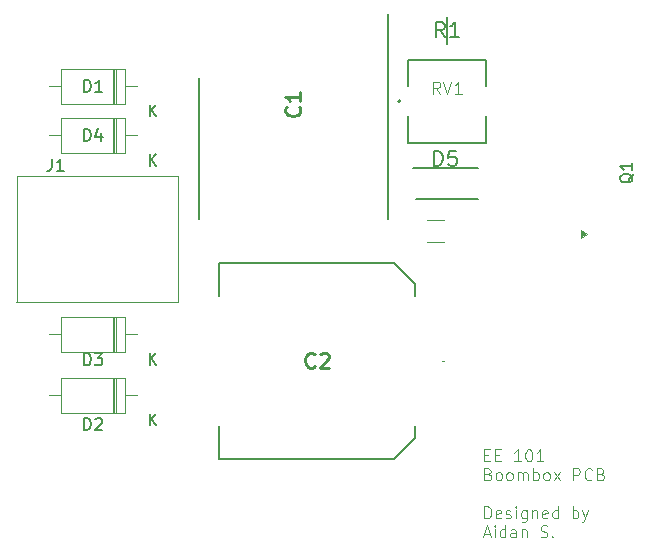
<source format=gbr>
%TF.GenerationSoftware,KiCad,Pcbnew,9.0.2*%
%TF.CreationDate,2025-09-10T19:30:47-05:00*%
%TF.ProjectId,EE101_Board,45453130-315f-4426-9f61-72642e6b6963,rev?*%
%TF.SameCoordinates,Original*%
%TF.FileFunction,Legend,Top*%
%TF.FilePolarity,Positive*%
%FSLAX46Y46*%
G04 Gerber Fmt 4.6, Leading zero omitted, Abs format (unit mm)*
G04 Created by KiCad (PCBNEW 9.0.2) date 2025-09-10 19:30:47*
%MOMM*%
%LPD*%
G01*
G04 APERTURE LIST*
%ADD10C,0.100000*%
%ADD11C,0.150000*%
%ADD12C,0.158750*%
%ADD13C,0.125345*%
%ADD14C,0.254000*%
%ADD15C,0.120000*%
%ADD16C,0.200000*%
%ADD17C,0.127000*%
G04 APERTURE END LIST*
D10*
X95153884Y-100058833D02*
X95487217Y-100058833D01*
X95630074Y-100582643D02*
X95153884Y-100582643D01*
X95153884Y-100582643D02*
X95153884Y-99582643D01*
X95153884Y-99582643D02*
X95630074Y-99582643D01*
X96058646Y-100058833D02*
X96391979Y-100058833D01*
X96534836Y-100582643D02*
X96058646Y-100582643D01*
X96058646Y-100582643D02*
X96058646Y-99582643D01*
X96058646Y-99582643D02*
X96534836Y-99582643D01*
X98249122Y-100582643D02*
X97677694Y-100582643D01*
X97963408Y-100582643D02*
X97963408Y-99582643D01*
X97963408Y-99582643D02*
X97868170Y-99725500D01*
X97868170Y-99725500D02*
X97772932Y-99820738D01*
X97772932Y-99820738D02*
X97677694Y-99868357D01*
X98868170Y-99582643D02*
X98963408Y-99582643D01*
X98963408Y-99582643D02*
X99058646Y-99630262D01*
X99058646Y-99630262D02*
X99106265Y-99677881D01*
X99106265Y-99677881D02*
X99153884Y-99773119D01*
X99153884Y-99773119D02*
X99201503Y-99963595D01*
X99201503Y-99963595D02*
X99201503Y-100201690D01*
X99201503Y-100201690D02*
X99153884Y-100392166D01*
X99153884Y-100392166D02*
X99106265Y-100487404D01*
X99106265Y-100487404D02*
X99058646Y-100535024D01*
X99058646Y-100535024D02*
X98963408Y-100582643D01*
X98963408Y-100582643D02*
X98868170Y-100582643D01*
X98868170Y-100582643D02*
X98772932Y-100535024D01*
X98772932Y-100535024D02*
X98725313Y-100487404D01*
X98725313Y-100487404D02*
X98677694Y-100392166D01*
X98677694Y-100392166D02*
X98630075Y-100201690D01*
X98630075Y-100201690D02*
X98630075Y-99963595D01*
X98630075Y-99963595D02*
X98677694Y-99773119D01*
X98677694Y-99773119D02*
X98725313Y-99677881D01*
X98725313Y-99677881D02*
X98772932Y-99630262D01*
X98772932Y-99630262D02*
X98868170Y-99582643D01*
X100153884Y-100582643D02*
X99582456Y-100582643D01*
X99868170Y-100582643D02*
X99868170Y-99582643D01*
X99868170Y-99582643D02*
X99772932Y-99725500D01*
X99772932Y-99725500D02*
X99677694Y-99820738D01*
X99677694Y-99820738D02*
X99582456Y-99868357D01*
X95487217Y-101668777D02*
X95630074Y-101716396D01*
X95630074Y-101716396D02*
X95677693Y-101764015D01*
X95677693Y-101764015D02*
X95725312Y-101859253D01*
X95725312Y-101859253D02*
X95725312Y-102002110D01*
X95725312Y-102002110D02*
X95677693Y-102097348D01*
X95677693Y-102097348D02*
X95630074Y-102144968D01*
X95630074Y-102144968D02*
X95534836Y-102192587D01*
X95534836Y-102192587D02*
X95153884Y-102192587D01*
X95153884Y-102192587D02*
X95153884Y-101192587D01*
X95153884Y-101192587D02*
X95487217Y-101192587D01*
X95487217Y-101192587D02*
X95582455Y-101240206D01*
X95582455Y-101240206D02*
X95630074Y-101287825D01*
X95630074Y-101287825D02*
X95677693Y-101383063D01*
X95677693Y-101383063D02*
X95677693Y-101478301D01*
X95677693Y-101478301D02*
X95630074Y-101573539D01*
X95630074Y-101573539D02*
X95582455Y-101621158D01*
X95582455Y-101621158D02*
X95487217Y-101668777D01*
X95487217Y-101668777D02*
X95153884Y-101668777D01*
X96296741Y-102192587D02*
X96201503Y-102144968D01*
X96201503Y-102144968D02*
X96153884Y-102097348D01*
X96153884Y-102097348D02*
X96106265Y-102002110D01*
X96106265Y-102002110D02*
X96106265Y-101716396D01*
X96106265Y-101716396D02*
X96153884Y-101621158D01*
X96153884Y-101621158D02*
X96201503Y-101573539D01*
X96201503Y-101573539D02*
X96296741Y-101525920D01*
X96296741Y-101525920D02*
X96439598Y-101525920D01*
X96439598Y-101525920D02*
X96534836Y-101573539D01*
X96534836Y-101573539D02*
X96582455Y-101621158D01*
X96582455Y-101621158D02*
X96630074Y-101716396D01*
X96630074Y-101716396D02*
X96630074Y-102002110D01*
X96630074Y-102002110D02*
X96582455Y-102097348D01*
X96582455Y-102097348D02*
X96534836Y-102144968D01*
X96534836Y-102144968D02*
X96439598Y-102192587D01*
X96439598Y-102192587D02*
X96296741Y-102192587D01*
X97201503Y-102192587D02*
X97106265Y-102144968D01*
X97106265Y-102144968D02*
X97058646Y-102097348D01*
X97058646Y-102097348D02*
X97011027Y-102002110D01*
X97011027Y-102002110D02*
X97011027Y-101716396D01*
X97011027Y-101716396D02*
X97058646Y-101621158D01*
X97058646Y-101621158D02*
X97106265Y-101573539D01*
X97106265Y-101573539D02*
X97201503Y-101525920D01*
X97201503Y-101525920D02*
X97344360Y-101525920D01*
X97344360Y-101525920D02*
X97439598Y-101573539D01*
X97439598Y-101573539D02*
X97487217Y-101621158D01*
X97487217Y-101621158D02*
X97534836Y-101716396D01*
X97534836Y-101716396D02*
X97534836Y-102002110D01*
X97534836Y-102002110D02*
X97487217Y-102097348D01*
X97487217Y-102097348D02*
X97439598Y-102144968D01*
X97439598Y-102144968D02*
X97344360Y-102192587D01*
X97344360Y-102192587D02*
X97201503Y-102192587D01*
X97963408Y-102192587D02*
X97963408Y-101525920D01*
X97963408Y-101621158D02*
X98011027Y-101573539D01*
X98011027Y-101573539D02*
X98106265Y-101525920D01*
X98106265Y-101525920D02*
X98249122Y-101525920D01*
X98249122Y-101525920D02*
X98344360Y-101573539D01*
X98344360Y-101573539D02*
X98391979Y-101668777D01*
X98391979Y-101668777D02*
X98391979Y-102192587D01*
X98391979Y-101668777D02*
X98439598Y-101573539D01*
X98439598Y-101573539D02*
X98534836Y-101525920D01*
X98534836Y-101525920D02*
X98677693Y-101525920D01*
X98677693Y-101525920D02*
X98772932Y-101573539D01*
X98772932Y-101573539D02*
X98820551Y-101668777D01*
X98820551Y-101668777D02*
X98820551Y-102192587D01*
X99296741Y-102192587D02*
X99296741Y-101192587D01*
X99296741Y-101573539D02*
X99391979Y-101525920D01*
X99391979Y-101525920D02*
X99582455Y-101525920D01*
X99582455Y-101525920D02*
X99677693Y-101573539D01*
X99677693Y-101573539D02*
X99725312Y-101621158D01*
X99725312Y-101621158D02*
X99772931Y-101716396D01*
X99772931Y-101716396D02*
X99772931Y-102002110D01*
X99772931Y-102002110D02*
X99725312Y-102097348D01*
X99725312Y-102097348D02*
X99677693Y-102144968D01*
X99677693Y-102144968D02*
X99582455Y-102192587D01*
X99582455Y-102192587D02*
X99391979Y-102192587D01*
X99391979Y-102192587D02*
X99296741Y-102144968D01*
X100344360Y-102192587D02*
X100249122Y-102144968D01*
X100249122Y-102144968D02*
X100201503Y-102097348D01*
X100201503Y-102097348D02*
X100153884Y-102002110D01*
X100153884Y-102002110D02*
X100153884Y-101716396D01*
X100153884Y-101716396D02*
X100201503Y-101621158D01*
X100201503Y-101621158D02*
X100249122Y-101573539D01*
X100249122Y-101573539D02*
X100344360Y-101525920D01*
X100344360Y-101525920D02*
X100487217Y-101525920D01*
X100487217Y-101525920D02*
X100582455Y-101573539D01*
X100582455Y-101573539D02*
X100630074Y-101621158D01*
X100630074Y-101621158D02*
X100677693Y-101716396D01*
X100677693Y-101716396D02*
X100677693Y-102002110D01*
X100677693Y-102002110D02*
X100630074Y-102097348D01*
X100630074Y-102097348D02*
X100582455Y-102144968D01*
X100582455Y-102144968D02*
X100487217Y-102192587D01*
X100487217Y-102192587D02*
X100344360Y-102192587D01*
X101011027Y-102192587D02*
X101534836Y-101525920D01*
X101011027Y-101525920D02*
X101534836Y-102192587D01*
X102677694Y-102192587D02*
X102677694Y-101192587D01*
X102677694Y-101192587D02*
X103058646Y-101192587D01*
X103058646Y-101192587D02*
X103153884Y-101240206D01*
X103153884Y-101240206D02*
X103201503Y-101287825D01*
X103201503Y-101287825D02*
X103249122Y-101383063D01*
X103249122Y-101383063D02*
X103249122Y-101525920D01*
X103249122Y-101525920D02*
X103201503Y-101621158D01*
X103201503Y-101621158D02*
X103153884Y-101668777D01*
X103153884Y-101668777D02*
X103058646Y-101716396D01*
X103058646Y-101716396D02*
X102677694Y-101716396D01*
X104249122Y-102097348D02*
X104201503Y-102144968D01*
X104201503Y-102144968D02*
X104058646Y-102192587D01*
X104058646Y-102192587D02*
X103963408Y-102192587D01*
X103963408Y-102192587D02*
X103820551Y-102144968D01*
X103820551Y-102144968D02*
X103725313Y-102049729D01*
X103725313Y-102049729D02*
X103677694Y-101954491D01*
X103677694Y-101954491D02*
X103630075Y-101764015D01*
X103630075Y-101764015D02*
X103630075Y-101621158D01*
X103630075Y-101621158D02*
X103677694Y-101430682D01*
X103677694Y-101430682D02*
X103725313Y-101335444D01*
X103725313Y-101335444D02*
X103820551Y-101240206D01*
X103820551Y-101240206D02*
X103963408Y-101192587D01*
X103963408Y-101192587D02*
X104058646Y-101192587D01*
X104058646Y-101192587D02*
X104201503Y-101240206D01*
X104201503Y-101240206D02*
X104249122Y-101287825D01*
X105011027Y-101668777D02*
X105153884Y-101716396D01*
X105153884Y-101716396D02*
X105201503Y-101764015D01*
X105201503Y-101764015D02*
X105249122Y-101859253D01*
X105249122Y-101859253D02*
X105249122Y-102002110D01*
X105249122Y-102002110D02*
X105201503Y-102097348D01*
X105201503Y-102097348D02*
X105153884Y-102144968D01*
X105153884Y-102144968D02*
X105058646Y-102192587D01*
X105058646Y-102192587D02*
X104677694Y-102192587D01*
X104677694Y-102192587D02*
X104677694Y-101192587D01*
X104677694Y-101192587D02*
X105011027Y-101192587D01*
X105011027Y-101192587D02*
X105106265Y-101240206D01*
X105106265Y-101240206D02*
X105153884Y-101287825D01*
X105153884Y-101287825D02*
X105201503Y-101383063D01*
X105201503Y-101383063D02*
X105201503Y-101478301D01*
X105201503Y-101478301D02*
X105153884Y-101573539D01*
X105153884Y-101573539D02*
X105106265Y-101621158D01*
X105106265Y-101621158D02*
X105011027Y-101668777D01*
X105011027Y-101668777D02*
X104677694Y-101668777D01*
X95153884Y-105412475D02*
X95153884Y-104412475D01*
X95153884Y-104412475D02*
X95391979Y-104412475D01*
X95391979Y-104412475D02*
X95534836Y-104460094D01*
X95534836Y-104460094D02*
X95630074Y-104555332D01*
X95630074Y-104555332D02*
X95677693Y-104650570D01*
X95677693Y-104650570D02*
X95725312Y-104841046D01*
X95725312Y-104841046D02*
X95725312Y-104983903D01*
X95725312Y-104983903D02*
X95677693Y-105174379D01*
X95677693Y-105174379D02*
X95630074Y-105269617D01*
X95630074Y-105269617D02*
X95534836Y-105364856D01*
X95534836Y-105364856D02*
X95391979Y-105412475D01*
X95391979Y-105412475D02*
X95153884Y-105412475D01*
X96534836Y-105364856D02*
X96439598Y-105412475D01*
X96439598Y-105412475D02*
X96249122Y-105412475D01*
X96249122Y-105412475D02*
X96153884Y-105364856D01*
X96153884Y-105364856D02*
X96106265Y-105269617D01*
X96106265Y-105269617D02*
X96106265Y-104888665D01*
X96106265Y-104888665D02*
X96153884Y-104793427D01*
X96153884Y-104793427D02*
X96249122Y-104745808D01*
X96249122Y-104745808D02*
X96439598Y-104745808D01*
X96439598Y-104745808D02*
X96534836Y-104793427D01*
X96534836Y-104793427D02*
X96582455Y-104888665D01*
X96582455Y-104888665D02*
X96582455Y-104983903D01*
X96582455Y-104983903D02*
X96106265Y-105079141D01*
X96963408Y-105364856D02*
X97058646Y-105412475D01*
X97058646Y-105412475D02*
X97249122Y-105412475D01*
X97249122Y-105412475D02*
X97344360Y-105364856D01*
X97344360Y-105364856D02*
X97391979Y-105269617D01*
X97391979Y-105269617D02*
X97391979Y-105221998D01*
X97391979Y-105221998D02*
X97344360Y-105126760D01*
X97344360Y-105126760D02*
X97249122Y-105079141D01*
X97249122Y-105079141D02*
X97106265Y-105079141D01*
X97106265Y-105079141D02*
X97011027Y-105031522D01*
X97011027Y-105031522D02*
X96963408Y-104936284D01*
X96963408Y-104936284D02*
X96963408Y-104888665D01*
X96963408Y-104888665D02*
X97011027Y-104793427D01*
X97011027Y-104793427D02*
X97106265Y-104745808D01*
X97106265Y-104745808D02*
X97249122Y-104745808D01*
X97249122Y-104745808D02*
X97344360Y-104793427D01*
X97820551Y-105412475D02*
X97820551Y-104745808D01*
X97820551Y-104412475D02*
X97772932Y-104460094D01*
X97772932Y-104460094D02*
X97820551Y-104507713D01*
X97820551Y-104507713D02*
X97868170Y-104460094D01*
X97868170Y-104460094D02*
X97820551Y-104412475D01*
X97820551Y-104412475D02*
X97820551Y-104507713D01*
X98725312Y-104745808D02*
X98725312Y-105555332D01*
X98725312Y-105555332D02*
X98677693Y-105650570D01*
X98677693Y-105650570D02*
X98630074Y-105698189D01*
X98630074Y-105698189D02*
X98534836Y-105745808D01*
X98534836Y-105745808D02*
X98391979Y-105745808D01*
X98391979Y-105745808D02*
X98296741Y-105698189D01*
X98725312Y-105364856D02*
X98630074Y-105412475D01*
X98630074Y-105412475D02*
X98439598Y-105412475D01*
X98439598Y-105412475D02*
X98344360Y-105364856D01*
X98344360Y-105364856D02*
X98296741Y-105317236D01*
X98296741Y-105317236D02*
X98249122Y-105221998D01*
X98249122Y-105221998D02*
X98249122Y-104936284D01*
X98249122Y-104936284D02*
X98296741Y-104841046D01*
X98296741Y-104841046D02*
X98344360Y-104793427D01*
X98344360Y-104793427D02*
X98439598Y-104745808D01*
X98439598Y-104745808D02*
X98630074Y-104745808D01*
X98630074Y-104745808D02*
X98725312Y-104793427D01*
X99201503Y-104745808D02*
X99201503Y-105412475D01*
X99201503Y-104841046D02*
X99249122Y-104793427D01*
X99249122Y-104793427D02*
X99344360Y-104745808D01*
X99344360Y-104745808D02*
X99487217Y-104745808D01*
X99487217Y-104745808D02*
X99582455Y-104793427D01*
X99582455Y-104793427D02*
X99630074Y-104888665D01*
X99630074Y-104888665D02*
X99630074Y-105412475D01*
X100487217Y-105364856D02*
X100391979Y-105412475D01*
X100391979Y-105412475D02*
X100201503Y-105412475D01*
X100201503Y-105412475D02*
X100106265Y-105364856D01*
X100106265Y-105364856D02*
X100058646Y-105269617D01*
X100058646Y-105269617D02*
X100058646Y-104888665D01*
X100058646Y-104888665D02*
X100106265Y-104793427D01*
X100106265Y-104793427D02*
X100201503Y-104745808D01*
X100201503Y-104745808D02*
X100391979Y-104745808D01*
X100391979Y-104745808D02*
X100487217Y-104793427D01*
X100487217Y-104793427D02*
X100534836Y-104888665D01*
X100534836Y-104888665D02*
X100534836Y-104983903D01*
X100534836Y-104983903D02*
X100058646Y-105079141D01*
X101391979Y-105412475D02*
X101391979Y-104412475D01*
X101391979Y-105364856D02*
X101296741Y-105412475D01*
X101296741Y-105412475D02*
X101106265Y-105412475D01*
X101106265Y-105412475D02*
X101011027Y-105364856D01*
X101011027Y-105364856D02*
X100963408Y-105317236D01*
X100963408Y-105317236D02*
X100915789Y-105221998D01*
X100915789Y-105221998D02*
X100915789Y-104936284D01*
X100915789Y-104936284D02*
X100963408Y-104841046D01*
X100963408Y-104841046D02*
X101011027Y-104793427D01*
X101011027Y-104793427D02*
X101106265Y-104745808D01*
X101106265Y-104745808D02*
X101296741Y-104745808D01*
X101296741Y-104745808D02*
X101391979Y-104793427D01*
X102630075Y-105412475D02*
X102630075Y-104412475D01*
X102630075Y-104793427D02*
X102725313Y-104745808D01*
X102725313Y-104745808D02*
X102915789Y-104745808D01*
X102915789Y-104745808D02*
X103011027Y-104793427D01*
X103011027Y-104793427D02*
X103058646Y-104841046D01*
X103058646Y-104841046D02*
X103106265Y-104936284D01*
X103106265Y-104936284D02*
X103106265Y-105221998D01*
X103106265Y-105221998D02*
X103058646Y-105317236D01*
X103058646Y-105317236D02*
X103011027Y-105364856D01*
X103011027Y-105364856D02*
X102915789Y-105412475D01*
X102915789Y-105412475D02*
X102725313Y-105412475D01*
X102725313Y-105412475D02*
X102630075Y-105364856D01*
X103439599Y-104745808D02*
X103677694Y-105412475D01*
X103915789Y-104745808D02*
X103677694Y-105412475D01*
X103677694Y-105412475D02*
X103582456Y-105650570D01*
X103582456Y-105650570D02*
X103534837Y-105698189D01*
X103534837Y-105698189D02*
X103439599Y-105745808D01*
X95106265Y-106736704D02*
X95582455Y-106736704D01*
X95011027Y-107022419D02*
X95344360Y-106022419D01*
X95344360Y-106022419D02*
X95677693Y-107022419D01*
X96011027Y-107022419D02*
X96011027Y-106355752D01*
X96011027Y-106022419D02*
X95963408Y-106070038D01*
X95963408Y-106070038D02*
X96011027Y-106117657D01*
X96011027Y-106117657D02*
X96058646Y-106070038D01*
X96058646Y-106070038D02*
X96011027Y-106022419D01*
X96011027Y-106022419D02*
X96011027Y-106117657D01*
X96915788Y-107022419D02*
X96915788Y-106022419D01*
X96915788Y-106974800D02*
X96820550Y-107022419D01*
X96820550Y-107022419D02*
X96630074Y-107022419D01*
X96630074Y-107022419D02*
X96534836Y-106974800D01*
X96534836Y-106974800D02*
X96487217Y-106927180D01*
X96487217Y-106927180D02*
X96439598Y-106831942D01*
X96439598Y-106831942D02*
X96439598Y-106546228D01*
X96439598Y-106546228D02*
X96487217Y-106450990D01*
X96487217Y-106450990D02*
X96534836Y-106403371D01*
X96534836Y-106403371D02*
X96630074Y-106355752D01*
X96630074Y-106355752D02*
X96820550Y-106355752D01*
X96820550Y-106355752D02*
X96915788Y-106403371D01*
X97820550Y-107022419D02*
X97820550Y-106498609D01*
X97820550Y-106498609D02*
X97772931Y-106403371D01*
X97772931Y-106403371D02*
X97677693Y-106355752D01*
X97677693Y-106355752D02*
X97487217Y-106355752D01*
X97487217Y-106355752D02*
X97391979Y-106403371D01*
X97820550Y-106974800D02*
X97725312Y-107022419D01*
X97725312Y-107022419D02*
X97487217Y-107022419D01*
X97487217Y-107022419D02*
X97391979Y-106974800D01*
X97391979Y-106974800D02*
X97344360Y-106879561D01*
X97344360Y-106879561D02*
X97344360Y-106784323D01*
X97344360Y-106784323D02*
X97391979Y-106689085D01*
X97391979Y-106689085D02*
X97487217Y-106641466D01*
X97487217Y-106641466D02*
X97725312Y-106641466D01*
X97725312Y-106641466D02*
X97820550Y-106593847D01*
X98296741Y-106355752D02*
X98296741Y-107022419D01*
X98296741Y-106450990D02*
X98344360Y-106403371D01*
X98344360Y-106403371D02*
X98439598Y-106355752D01*
X98439598Y-106355752D02*
X98582455Y-106355752D01*
X98582455Y-106355752D02*
X98677693Y-106403371D01*
X98677693Y-106403371D02*
X98725312Y-106498609D01*
X98725312Y-106498609D02*
X98725312Y-107022419D01*
X99915789Y-106974800D02*
X100058646Y-107022419D01*
X100058646Y-107022419D02*
X100296741Y-107022419D01*
X100296741Y-107022419D02*
X100391979Y-106974800D01*
X100391979Y-106974800D02*
X100439598Y-106927180D01*
X100439598Y-106927180D02*
X100487217Y-106831942D01*
X100487217Y-106831942D02*
X100487217Y-106736704D01*
X100487217Y-106736704D02*
X100439598Y-106641466D01*
X100439598Y-106641466D02*
X100391979Y-106593847D01*
X100391979Y-106593847D02*
X100296741Y-106546228D01*
X100296741Y-106546228D02*
X100106265Y-106498609D01*
X100106265Y-106498609D02*
X100011027Y-106450990D01*
X100011027Y-106450990D02*
X99963408Y-106403371D01*
X99963408Y-106403371D02*
X99915789Y-106308133D01*
X99915789Y-106308133D02*
X99915789Y-106212895D01*
X99915789Y-106212895D02*
X99963408Y-106117657D01*
X99963408Y-106117657D02*
X100011027Y-106070038D01*
X100011027Y-106070038D02*
X100106265Y-106022419D01*
X100106265Y-106022419D02*
X100344360Y-106022419D01*
X100344360Y-106022419D02*
X100487217Y-106070038D01*
X100915789Y-106927180D02*
X100963408Y-106974800D01*
X100963408Y-106974800D02*
X100915789Y-107022419D01*
X100915789Y-107022419D02*
X100868170Y-106974800D01*
X100868170Y-106974800D02*
X100915789Y-106927180D01*
X100915789Y-106927180D02*
X100915789Y-107022419D01*
D11*
X107750057Y-76245238D02*
X107702438Y-76340476D01*
X107702438Y-76340476D02*
X107607200Y-76435714D01*
X107607200Y-76435714D02*
X107464342Y-76578571D01*
X107464342Y-76578571D02*
X107416723Y-76673809D01*
X107416723Y-76673809D02*
X107416723Y-76769047D01*
X107654819Y-76721428D02*
X107607200Y-76816666D01*
X107607200Y-76816666D02*
X107511961Y-76911904D01*
X107511961Y-76911904D02*
X107321485Y-76959523D01*
X107321485Y-76959523D02*
X106988152Y-76959523D01*
X106988152Y-76959523D02*
X106797676Y-76911904D01*
X106797676Y-76911904D02*
X106702438Y-76816666D01*
X106702438Y-76816666D02*
X106654819Y-76721428D01*
X106654819Y-76721428D02*
X106654819Y-76530952D01*
X106654819Y-76530952D02*
X106702438Y-76435714D01*
X106702438Y-76435714D02*
X106797676Y-76340476D01*
X106797676Y-76340476D02*
X106988152Y-76292857D01*
X106988152Y-76292857D02*
X107321485Y-76292857D01*
X107321485Y-76292857D02*
X107511961Y-76340476D01*
X107511961Y-76340476D02*
X107607200Y-76435714D01*
X107607200Y-76435714D02*
X107654819Y-76530952D01*
X107654819Y-76530952D02*
X107654819Y-76721428D01*
X107654819Y-75340476D02*
X107654819Y-75911904D01*
X107654819Y-75626190D02*
X106654819Y-75626190D01*
X106654819Y-75626190D02*
X106797676Y-75721428D01*
X106797676Y-75721428D02*
X106892914Y-75816666D01*
X106892914Y-75816666D02*
X106940533Y-75911904D01*
D12*
X90899118Y-75579271D02*
X90899118Y-74309271D01*
X90899118Y-74309271D02*
X91201499Y-74309271D01*
X91201499Y-74309271D02*
X91382928Y-74369747D01*
X91382928Y-74369747D02*
X91503880Y-74490699D01*
X91503880Y-74490699D02*
X91564357Y-74611652D01*
X91564357Y-74611652D02*
X91624833Y-74853556D01*
X91624833Y-74853556D02*
X91624833Y-75034985D01*
X91624833Y-75034985D02*
X91564357Y-75276890D01*
X91564357Y-75276890D02*
X91503880Y-75397842D01*
X91503880Y-75397842D02*
X91382928Y-75518795D01*
X91382928Y-75518795D02*
X91201499Y-75579271D01*
X91201499Y-75579271D02*
X90899118Y-75579271D01*
X92773880Y-74309271D02*
X92169118Y-74309271D01*
X92169118Y-74309271D02*
X92108642Y-74914033D01*
X92108642Y-74914033D02*
X92169118Y-74853556D01*
X92169118Y-74853556D02*
X92290071Y-74793080D01*
X92290071Y-74793080D02*
X92592452Y-74793080D01*
X92592452Y-74793080D02*
X92713404Y-74853556D01*
X92713404Y-74853556D02*
X92773880Y-74914033D01*
X92773880Y-74914033D02*
X92834357Y-75034985D01*
X92834357Y-75034985D02*
X92834357Y-75337366D01*
X92834357Y-75337366D02*
X92773880Y-75458318D01*
X92773880Y-75458318D02*
X92713404Y-75518795D01*
X92713404Y-75518795D02*
X92592452Y-75579271D01*
X92592452Y-75579271D02*
X92290071Y-75579271D01*
X92290071Y-75579271D02*
X92169118Y-75518795D01*
X92169118Y-75518795D02*
X92108642Y-75458318D01*
D13*
X91403121Y-69457376D02*
X91068869Y-68979873D01*
X90830118Y-69457376D02*
X90830118Y-68454620D01*
X90830118Y-68454620D02*
X91212120Y-68454620D01*
X91212120Y-68454620D02*
X91307621Y-68502370D01*
X91307621Y-68502370D02*
X91355371Y-68550120D01*
X91355371Y-68550120D02*
X91403121Y-68645621D01*
X91403121Y-68645621D02*
X91403121Y-68788872D01*
X91403121Y-68788872D02*
X91355371Y-68884372D01*
X91355371Y-68884372D02*
X91307621Y-68932123D01*
X91307621Y-68932123D02*
X91212120Y-68979873D01*
X91212120Y-68979873D02*
X90830118Y-68979873D01*
X91689623Y-68454620D02*
X92023875Y-69457376D01*
X92023875Y-69457376D02*
X92358127Y-68454620D01*
X93217632Y-69457376D02*
X92644629Y-69457376D01*
X92931130Y-69457376D02*
X92931130Y-68454620D01*
X92931130Y-68454620D02*
X92835630Y-68597871D01*
X92835630Y-68597871D02*
X92740129Y-68693371D01*
X92740129Y-68693371D02*
X92644629Y-68741122D01*
D14*
X79453365Y-70561666D02*
X79513842Y-70622142D01*
X79513842Y-70622142D02*
X79574318Y-70803571D01*
X79574318Y-70803571D02*
X79574318Y-70924523D01*
X79574318Y-70924523D02*
X79513842Y-71105952D01*
X79513842Y-71105952D02*
X79392889Y-71226904D01*
X79392889Y-71226904D02*
X79271937Y-71287381D01*
X79271937Y-71287381D02*
X79030032Y-71347857D01*
X79030032Y-71347857D02*
X78848603Y-71347857D01*
X78848603Y-71347857D02*
X78606699Y-71287381D01*
X78606699Y-71287381D02*
X78485746Y-71226904D01*
X78485746Y-71226904D02*
X78364794Y-71105952D01*
X78364794Y-71105952D02*
X78304318Y-70924523D01*
X78304318Y-70924523D02*
X78304318Y-70803571D01*
X78304318Y-70803571D02*
X78364794Y-70622142D01*
X78364794Y-70622142D02*
X78425270Y-70561666D01*
X79574318Y-69352142D02*
X79574318Y-70077857D01*
X79574318Y-69715000D02*
X78304318Y-69715000D01*
X78304318Y-69715000D02*
X78485746Y-69835952D01*
X78485746Y-69835952D02*
X78606699Y-69956904D01*
X78606699Y-69956904D02*
X78667175Y-70077857D01*
D11*
X61261905Y-92454819D02*
X61261905Y-91454819D01*
X61261905Y-91454819D02*
X61500000Y-91454819D01*
X61500000Y-91454819D02*
X61642857Y-91502438D01*
X61642857Y-91502438D02*
X61738095Y-91597676D01*
X61738095Y-91597676D02*
X61785714Y-91692914D01*
X61785714Y-91692914D02*
X61833333Y-91883390D01*
X61833333Y-91883390D02*
X61833333Y-92026247D01*
X61833333Y-92026247D02*
X61785714Y-92216723D01*
X61785714Y-92216723D02*
X61738095Y-92311961D01*
X61738095Y-92311961D02*
X61642857Y-92407200D01*
X61642857Y-92407200D02*
X61500000Y-92454819D01*
X61500000Y-92454819D02*
X61261905Y-92454819D01*
X62166667Y-91454819D02*
X62785714Y-91454819D01*
X62785714Y-91454819D02*
X62452381Y-91835771D01*
X62452381Y-91835771D02*
X62595238Y-91835771D01*
X62595238Y-91835771D02*
X62690476Y-91883390D01*
X62690476Y-91883390D02*
X62738095Y-91931009D01*
X62738095Y-91931009D02*
X62785714Y-92026247D01*
X62785714Y-92026247D02*
X62785714Y-92264342D01*
X62785714Y-92264342D02*
X62738095Y-92359580D01*
X62738095Y-92359580D02*
X62690476Y-92407200D01*
X62690476Y-92407200D02*
X62595238Y-92454819D01*
X62595238Y-92454819D02*
X62309524Y-92454819D01*
X62309524Y-92454819D02*
X62214286Y-92407200D01*
X62214286Y-92407200D02*
X62166667Y-92359580D01*
X66818095Y-92394819D02*
X66818095Y-91394819D01*
X67389523Y-92394819D02*
X66960952Y-91823390D01*
X67389523Y-91394819D02*
X66818095Y-91966247D01*
X58536653Y-74984243D02*
X58536653Y-75699659D01*
X58536653Y-75699659D02*
X58488959Y-75842743D01*
X58488959Y-75842743D02*
X58393570Y-75938132D01*
X58393570Y-75938132D02*
X58250487Y-75985826D01*
X58250487Y-75985826D02*
X58155098Y-75985826D01*
X59538236Y-75985826D02*
X58965903Y-75985826D01*
X59252070Y-75985826D02*
X59252070Y-74984243D01*
X59252070Y-74984243D02*
X59156681Y-75127326D01*
X59156681Y-75127326D02*
X59061292Y-75222715D01*
X59061292Y-75222715D02*
X58965903Y-75270410D01*
X61261905Y-69294819D02*
X61261905Y-68294819D01*
X61261905Y-68294819D02*
X61500000Y-68294819D01*
X61500000Y-68294819D02*
X61642857Y-68342438D01*
X61642857Y-68342438D02*
X61738095Y-68437676D01*
X61738095Y-68437676D02*
X61785714Y-68532914D01*
X61785714Y-68532914D02*
X61833333Y-68723390D01*
X61833333Y-68723390D02*
X61833333Y-68866247D01*
X61833333Y-68866247D02*
X61785714Y-69056723D01*
X61785714Y-69056723D02*
X61738095Y-69151961D01*
X61738095Y-69151961D02*
X61642857Y-69247200D01*
X61642857Y-69247200D02*
X61500000Y-69294819D01*
X61500000Y-69294819D02*
X61261905Y-69294819D01*
X62785714Y-69294819D02*
X62214286Y-69294819D01*
X62500000Y-69294819D02*
X62500000Y-68294819D01*
X62500000Y-68294819D02*
X62404762Y-68437676D01*
X62404762Y-68437676D02*
X62309524Y-68532914D01*
X62309524Y-68532914D02*
X62214286Y-68580533D01*
X66818095Y-71394819D02*
X66818095Y-70394819D01*
X67389523Y-71394819D02*
X66960952Y-70823390D01*
X67389523Y-70394819D02*
X66818095Y-70966247D01*
D12*
X91788333Y-64679271D02*
X91364999Y-64074509D01*
X91062618Y-64679271D02*
X91062618Y-63409271D01*
X91062618Y-63409271D02*
X91546428Y-63409271D01*
X91546428Y-63409271D02*
X91667380Y-63469747D01*
X91667380Y-63469747D02*
X91727857Y-63530223D01*
X91727857Y-63530223D02*
X91788333Y-63651175D01*
X91788333Y-63651175D02*
X91788333Y-63832604D01*
X91788333Y-63832604D02*
X91727857Y-63953556D01*
X91727857Y-63953556D02*
X91667380Y-64014033D01*
X91667380Y-64014033D02*
X91546428Y-64074509D01*
X91546428Y-64074509D02*
X91062618Y-64074509D01*
X92997857Y-64679271D02*
X92272142Y-64679271D01*
X92634999Y-64679271D02*
X92634999Y-63409271D01*
X92634999Y-63409271D02*
X92514047Y-63590699D01*
X92514047Y-63590699D02*
X92393095Y-63711652D01*
X92393095Y-63711652D02*
X92272142Y-63772128D01*
D14*
X80788333Y-92553365D02*
X80727857Y-92613842D01*
X80727857Y-92613842D02*
X80546428Y-92674318D01*
X80546428Y-92674318D02*
X80425476Y-92674318D01*
X80425476Y-92674318D02*
X80244047Y-92613842D01*
X80244047Y-92613842D02*
X80123095Y-92492889D01*
X80123095Y-92492889D02*
X80062618Y-92371937D01*
X80062618Y-92371937D02*
X80002142Y-92130032D01*
X80002142Y-92130032D02*
X80002142Y-91948603D01*
X80002142Y-91948603D02*
X80062618Y-91706699D01*
X80062618Y-91706699D02*
X80123095Y-91585746D01*
X80123095Y-91585746D02*
X80244047Y-91464794D01*
X80244047Y-91464794D02*
X80425476Y-91404318D01*
X80425476Y-91404318D02*
X80546428Y-91404318D01*
X80546428Y-91404318D02*
X80727857Y-91464794D01*
X80727857Y-91464794D02*
X80788333Y-91525270D01*
X81272142Y-91525270D02*
X81332618Y-91464794D01*
X81332618Y-91464794D02*
X81453571Y-91404318D01*
X81453571Y-91404318D02*
X81755952Y-91404318D01*
X81755952Y-91404318D02*
X81876904Y-91464794D01*
X81876904Y-91464794D02*
X81937380Y-91525270D01*
X81937380Y-91525270D02*
X81997857Y-91646222D01*
X81997857Y-91646222D02*
X81997857Y-91767175D01*
X81997857Y-91767175D02*
X81937380Y-91948603D01*
X81937380Y-91948603D02*
X81211666Y-92674318D01*
X81211666Y-92674318D02*
X81997857Y-92674318D01*
D11*
X61261905Y-97924819D02*
X61261905Y-96924819D01*
X61261905Y-96924819D02*
X61500000Y-96924819D01*
X61500000Y-96924819D02*
X61642857Y-96972438D01*
X61642857Y-96972438D02*
X61738095Y-97067676D01*
X61738095Y-97067676D02*
X61785714Y-97162914D01*
X61785714Y-97162914D02*
X61833333Y-97353390D01*
X61833333Y-97353390D02*
X61833333Y-97496247D01*
X61833333Y-97496247D02*
X61785714Y-97686723D01*
X61785714Y-97686723D02*
X61738095Y-97781961D01*
X61738095Y-97781961D02*
X61642857Y-97877200D01*
X61642857Y-97877200D02*
X61500000Y-97924819D01*
X61500000Y-97924819D02*
X61261905Y-97924819D01*
X62214286Y-97020057D02*
X62261905Y-96972438D01*
X62261905Y-96972438D02*
X62357143Y-96924819D01*
X62357143Y-96924819D02*
X62595238Y-96924819D01*
X62595238Y-96924819D02*
X62690476Y-96972438D01*
X62690476Y-96972438D02*
X62738095Y-97020057D01*
X62738095Y-97020057D02*
X62785714Y-97115295D01*
X62785714Y-97115295D02*
X62785714Y-97210533D01*
X62785714Y-97210533D02*
X62738095Y-97353390D01*
X62738095Y-97353390D02*
X62166667Y-97924819D01*
X62166667Y-97924819D02*
X62785714Y-97924819D01*
X66818095Y-97554819D02*
X66818095Y-96554819D01*
X67389523Y-97554819D02*
X66960952Y-96983390D01*
X67389523Y-96554819D02*
X66818095Y-97126247D01*
X61261905Y-73454819D02*
X61261905Y-72454819D01*
X61261905Y-72454819D02*
X61500000Y-72454819D01*
X61500000Y-72454819D02*
X61642857Y-72502438D01*
X61642857Y-72502438D02*
X61738095Y-72597676D01*
X61738095Y-72597676D02*
X61785714Y-72692914D01*
X61785714Y-72692914D02*
X61833333Y-72883390D01*
X61833333Y-72883390D02*
X61833333Y-73026247D01*
X61833333Y-73026247D02*
X61785714Y-73216723D01*
X61785714Y-73216723D02*
X61738095Y-73311961D01*
X61738095Y-73311961D02*
X61642857Y-73407200D01*
X61642857Y-73407200D02*
X61500000Y-73454819D01*
X61500000Y-73454819D02*
X61261905Y-73454819D01*
X62690476Y-72788152D02*
X62690476Y-73454819D01*
X62452381Y-72407200D02*
X62214286Y-73121485D01*
X62214286Y-73121485D02*
X62833333Y-73121485D01*
X66818095Y-75554819D02*
X66818095Y-74554819D01*
X67389523Y-75554819D02*
X66960952Y-74983390D01*
X67389523Y-74554819D02*
X66818095Y-75126247D01*
D15*
%TO.C,Q1*%
X103800000Y-81350000D02*
X103330000Y-81690000D01*
X103330000Y-81010000D01*
X103800000Y-81350000D01*
G36*
X103800000Y-81350000D02*
G01*
X103330000Y-81690000D01*
X103330000Y-81010000D01*
X103800000Y-81350000D01*
G37*
D16*
%TO.C,D5*%
X94598000Y-75798000D02*
X89075000Y-75798000D01*
X89402000Y-78402000D02*
X94598000Y-78402000D01*
%TO.C,RV1*%
X88036000Y-70100000D02*
G75*
G02*
X87836000Y-70100000I-100000J0D01*
G01*
X87836000Y-70100000D02*
G75*
G02*
X88036000Y-70100000I100000J0D01*
G01*
D17*
X95300000Y-73630000D02*
X88700000Y-73630000D01*
X95300000Y-71335000D02*
X95300000Y-73620000D01*
X95300000Y-66630000D02*
X95300000Y-68795000D01*
X88700000Y-73620000D02*
X88700000Y-71335000D01*
X88700000Y-68795000D02*
X88700000Y-66630000D01*
X88700000Y-66630000D02*
X95300000Y-66630000D01*
D16*
%TO.C,C1*%
X71000000Y-68100000D02*
X71000000Y-80100000D01*
X87000000Y-62750000D02*
X87000000Y-80100000D01*
D15*
%TO.C,D3*%
X58260000Y-89840000D02*
X59280000Y-89840000D01*
X63700000Y-91310000D02*
X63700000Y-88370000D01*
X63820000Y-91310000D02*
X63820000Y-88370000D01*
X63940000Y-91310000D02*
X63940000Y-88370000D01*
X65740000Y-89840000D02*
X64720000Y-89840000D01*
X64720000Y-91310000D02*
X59280000Y-91310000D01*
X59280000Y-88370000D01*
X64720000Y-88370000D01*
X64720000Y-91310000D01*
D10*
%TO.C,J1*%
X55550000Y-76475000D02*
X69250000Y-76425000D01*
X55550000Y-87125000D02*
X55500000Y-87125000D01*
X55550000Y-87125000D02*
X55550000Y-76475000D01*
X69250000Y-76425000D02*
X69250000Y-87125000D01*
X69250000Y-87125000D02*
X55550000Y-87125000D01*
D15*
%TO.C,D1*%
X58260000Y-68840000D02*
X59280000Y-68840000D01*
X63700000Y-70310000D02*
X63700000Y-67370000D01*
X63820000Y-70310000D02*
X63820000Y-67370000D01*
X63940000Y-70310000D02*
X63940000Y-67370000D01*
X65740000Y-68840000D02*
X64720000Y-68840000D01*
X64720000Y-70310000D02*
X59280000Y-70310000D01*
X59280000Y-67370000D01*
X64720000Y-67370000D01*
X64720000Y-70310000D01*
D16*
%TO.C,R1*%
X92000000Y-62950000D02*
X92000000Y-65250000D01*
%TO.C,C2*%
X72700000Y-83800000D02*
X72700000Y-86600000D01*
X72700000Y-97600000D02*
X72700000Y-100400000D01*
X72700000Y-100400000D02*
X87500000Y-100400000D01*
X87500000Y-83800000D02*
X72700000Y-83800000D01*
X87500000Y-100400000D02*
X89300000Y-98600000D01*
X89300000Y-85600000D02*
X87500000Y-83800000D01*
X89300000Y-86600000D02*
X89300000Y-85600000D01*
X89300000Y-98600000D02*
X89300000Y-97600000D01*
D10*
X91600000Y-92100000D02*
X91600000Y-92100000D01*
X91700000Y-92100000D02*
X91700000Y-92100000D01*
X91600000Y-92100000D02*
G75*
G02*
X91700000Y-92100000I50000J0D01*
G01*
X91700000Y-92100000D02*
G75*
G02*
X91600000Y-92100000I-50000J0D01*
G01*
D15*
%TO.C,R2*%
X90272936Y-80190000D02*
X91727064Y-80190000D01*
X90272936Y-82010000D02*
X91727064Y-82010000D01*
%TO.C,D2*%
X58260000Y-95000000D02*
X59280000Y-95000000D01*
X63700000Y-96470000D02*
X63700000Y-93530000D01*
X63820000Y-96470000D02*
X63820000Y-93530000D01*
X63940000Y-96470000D02*
X63940000Y-93530000D01*
X65740000Y-95000000D02*
X64720000Y-95000000D01*
X64720000Y-96470000D02*
X59280000Y-96470000D01*
X59280000Y-93530000D01*
X64720000Y-93530000D01*
X64720000Y-96470000D01*
%TO.C,D4*%
X58260000Y-73000000D02*
X59280000Y-73000000D01*
X63700000Y-74470000D02*
X63700000Y-71530000D01*
X63820000Y-74470000D02*
X63820000Y-71530000D01*
X63940000Y-74470000D02*
X63940000Y-71530000D01*
X65740000Y-73000000D02*
X64720000Y-73000000D01*
X64720000Y-74470000D02*
X59280000Y-74470000D01*
X59280000Y-71530000D01*
X64720000Y-71530000D01*
X64720000Y-74470000D01*
%TD*%
M02*

</source>
